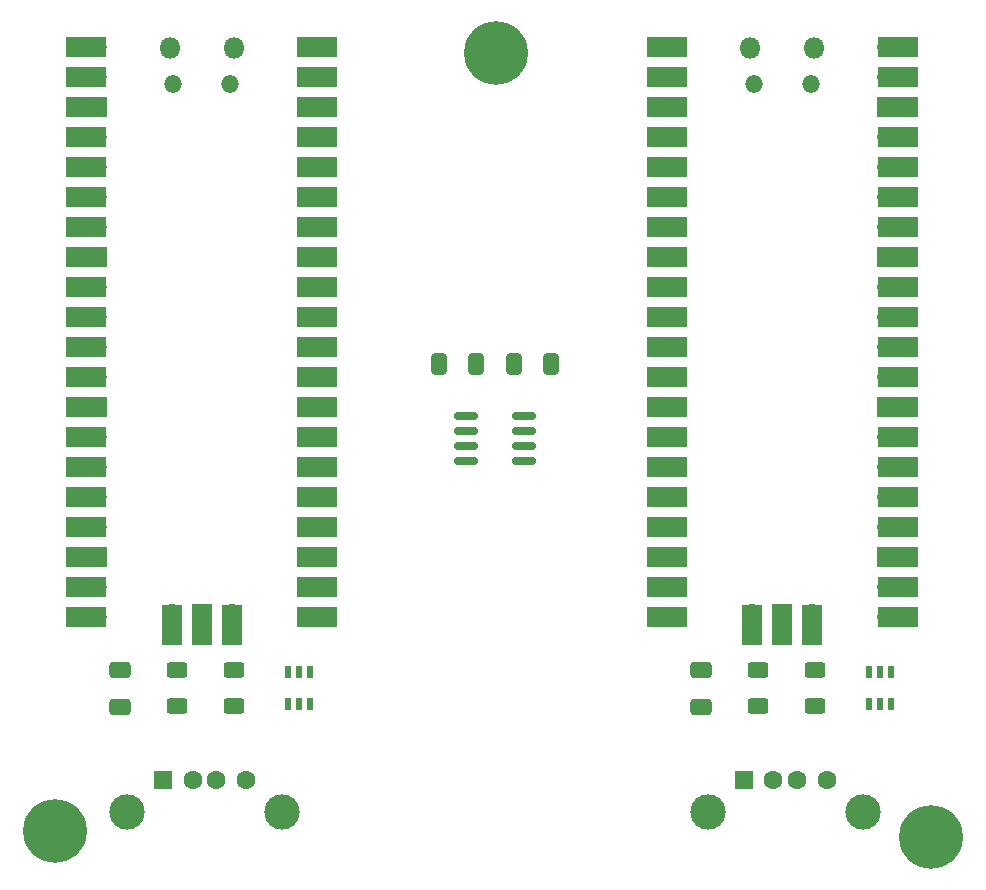
<source format=gts>
%TF.GenerationSoftware,KiCad,Pcbnew,8.0.5*%
%TF.CreationDate,2024-10-19T09:16:07+05:30*%
%TF.ProjectId,DeskHop_Rev1,4465736b-486f-4705-9f52-6576312e6b69,rev?*%
%TF.SameCoordinates,Original*%
%TF.FileFunction,Soldermask,Top*%
%TF.FilePolarity,Negative*%
%FSLAX46Y46*%
G04 Gerber Fmt 4.6, Leading zero omitted, Abs format (unit mm)*
G04 Created by KiCad (PCBNEW 8.0.5) date 2024-10-19 09:16:07*
%MOMM*%
%LPD*%
G01*
G04 APERTURE LIST*
G04 Aperture macros list*
%AMRoundRect*
0 Rectangle with rounded corners*
0 $1 Rounding radius*
0 $2 $3 $4 $5 $6 $7 $8 $9 X,Y pos of 4 corners*
0 Add a 4 corners polygon primitive as box body*
4,1,4,$2,$3,$4,$5,$6,$7,$8,$9,$2,$3,0*
0 Add four circle primitives for the rounded corners*
1,1,$1+$1,$2,$3*
1,1,$1+$1,$4,$5*
1,1,$1+$1,$6,$7*
1,1,$1+$1,$8,$9*
0 Add four rect primitives between the rounded corners*
20,1,$1+$1,$2,$3,$4,$5,0*
20,1,$1+$1,$4,$5,$6,$7,0*
20,1,$1+$1,$6,$7,$8,$9,0*
20,1,$1+$1,$8,$9,$2,$3,0*%
G04 Aperture macros list end*
%ADD10C,3.100000*%
%ADD11C,5.400000*%
%ADD12O,1.800000X1.800000*%
%ADD13O,1.500000X1.500000*%
%ADD14O,1.700000X1.700000*%
%ADD15R,3.500000X1.700000*%
%ADD16R,1.700000X1.700000*%
%ADD17R,1.700000X3.500000*%
%ADD18RoundRect,0.250000X-0.625000X0.400000X-0.625000X-0.400000X0.625000X-0.400000X0.625000X0.400000X0*%
%ADD19R,0.558800X0.977900*%
%ADD20RoundRect,0.250000X-0.650000X0.412500X-0.650000X-0.412500X0.650000X-0.412500X0.650000X0.412500X0*%
%ADD21RoundRect,0.250000X0.412500X0.650000X-0.412500X0.650000X-0.412500X-0.650000X0.412500X-0.650000X0*%
%ADD22RoundRect,0.250000X-0.412500X-0.650000X0.412500X-0.650000X0.412500X0.650000X-0.412500X0.650000X0*%
%ADD23R,1.600000X1.500000*%
%ADD24C,1.600000*%
%ADD25C,3.000000*%
%ADD26RoundRect,0.150000X-0.825000X-0.150000X0.825000X-0.150000X0.825000X0.150000X-0.825000X0.150000X0*%
G04 APERTURE END LIST*
D10*
%TO.C,H3*%
X142015513Y-128382566D03*
D11*
X142015513Y-128382566D03*
%TD*%
D12*
%TO.C,U2*%
X77539260Y-61607566D03*
D13*
X77839260Y-64637566D03*
X82689260Y-64637566D03*
D12*
X82989260Y-61607566D03*
D14*
X71374260Y-61477566D03*
D15*
X70474260Y-61477566D03*
D14*
X71374260Y-64017566D03*
D15*
X70474260Y-64017566D03*
D16*
X71374260Y-66557566D03*
D15*
X70474260Y-66557566D03*
D14*
X71374260Y-69097566D03*
D15*
X70474260Y-69097566D03*
D14*
X71374260Y-71637566D03*
D15*
X70474260Y-71637566D03*
D14*
X71374260Y-74177566D03*
D15*
X70474260Y-74177566D03*
D14*
X71374260Y-76717566D03*
D15*
X70474260Y-76717566D03*
D16*
X71374260Y-79257566D03*
D15*
X70474260Y-79257566D03*
D14*
X71374260Y-81797566D03*
D15*
X70474260Y-81797566D03*
D14*
X71374260Y-84337566D03*
D15*
X70474260Y-84337566D03*
D14*
X71374260Y-86877566D03*
D15*
X70474260Y-86877566D03*
D14*
X71374260Y-89417566D03*
D15*
X70474260Y-89417566D03*
D16*
X71374260Y-91957566D03*
D15*
X70474260Y-91957566D03*
D14*
X71374260Y-94497566D03*
D15*
X70474260Y-94497566D03*
D14*
X71374260Y-97037566D03*
D15*
X70474260Y-97037566D03*
D14*
X71374260Y-99577566D03*
D15*
X70474260Y-99577566D03*
D14*
X71374260Y-102117566D03*
D15*
X70474260Y-102117566D03*
D16*
X71374260Y-104657566D03*
D15*
X70474260Y-104657566D03*
D14*
X71374260Y-107197566D03*
D15*
X70474260Y-107197566D03*
D14*
X71374260Y-109737566D03*
D15*
X70474260Y-109737566D03*
D14*
X89154260Y-109737566D03*
D15*
X90054260Y-109737566D03*
D14*
X89154260Y-107197566D03*
D15*
X90054260Y-107197566D03*
D16*
X89154260Y-104657566D03*
D15*
X90054260Y-104657566D03*
D14*
X89154260Y-102117566D03*
D15*
X90054260Y-102117566D03*
D14*
X89154260Y-99577566D03*
D15*
X90054260Y-99577566D03*
D14*
X89154260Y-97037566D03*
D15*
X90054260Y-97037566D03*
D14*
X89154260Y-94497566D03*
D15*
X90054260Y-94497566D03*
D16*
X89154260Y-91957566D03*
D15*
X90054260Y-91957566D03*
D14*
X89154260Y-89417566D03*
D15*
X90054260Y-89417566D03*
D14*
X89154260Y-86877566D03*
D15*
X90054260Y-86877566D03*
D14*
X89154260Y-84337566D03*
D15*
X90054260Y-84337566D03*
D14*
X89154260Y-81797566D03*
D15*
X90054260Y-81797566D03*
D16*
X89154260Y-79257566D03*
D15*
X90054260Y-79257566D03*
D14*
X89154260Y-76717566D03*
D15*
X90054260Y-76717566D03*
D14*
X89154260Y-74177566D03*
D15*
X90054260Y-74177566D03*
D14*
X89154260Y-71637566D03*
D15*
X90054260Y-71637566D03*
D14*
X89154260Y-69097566D03*
D15*
X90054260Y-69097566D03*
D16*
X89154260Y-66557566D03*
D15*
X90054260Y-66557566D03*
D14*
X89154260Y-64017566D03*
D15*
X90054260Y-64017566D03*
D14*
X89154260Y-61477566D03*
D15*
X90054260Y-61477566D03*
D14*
X77724260Y-109507566D03*
D17*
X77724260Y-110407566D03*
D16*
X80264260Y-109507566D03*
D17*
X80264260Y-110407566D03*
D14*
X82804260Y-109507566D03*
D17*
X82804260Y-110407566D03*
%TD*%
D18*
%TO.C,R3*%
X78192138Y-114238566D03*
X78192138Y-117338566D03*
%TD*%
D19*
%TO.C,U5*%
X87574538Y-117153816D03*
X88524539Y-117153816D03*
X89474540Y-117153816D03*
X89474540Y-114423316D03*
X88524539Y-114423316D03*
X87574538Y-114423316D03*
%TD*%
D20*
%TO.C,C3*%
X73350538Y-114226066D03*
X73350538Y-117351066D03*
%TD*%
D10*
%TO.C,H1*%
X105165513Y-62032566D03*
D11*
X105165513Y-62032566D03*
%TD*%
D18*
%TO.C,R4*%
X83003738Y-114238566D03*
X83003738Y-117338566D03*
%TD*%
D21*
%TO.C,C1*%
X103481500Y-88356566D03*
X100356500Y-88356566D03*
%TD*%
D22*
%TO.C,C2*%
X106706500Y-88356566D03*
X109831500Y-88356566D03*
%TD*%
D23*
%TO.C,J4*%
X77015513Y-123545566D03*
D24*
X79515513Y-123545566D03*
X81515513Y-123545566D03*
X84015513Y-123545566D03*
D25*
X73945513Y-126255566D03*
X87085513Y-126255566D03*
%TD*%
D26*
%TO.C,U4*%
X102619000Y-92721033D03*
X102619000Y-93991033D03*
X102619000Y-95261033D03*
X102619000Y-96531033D03*
X107569000Y-96531033D03*
X107569000Y-95261033D03*
X107569000Y-93991033D03*
X107569000Y-92721033D03*
%TD*%
D10*
%TO.C,H2*%
X67875513Y-127902566D03*
D11*
X67875513Y-127902566D03*
%TD*%
D12*
%TO.C,U6*%
X126696234Y-61607566D03*
D13*
X126996234Y-64637566D03*
X131846234Y-64637566D03*
D12*
X132146234Y-61607566D03*
D14*
X120531234Y-61477566D03*
D15*
X119631234Y-61477566D03*
D14*
X120531234Y-64017566D03*
D15*
X119631234Y-64017566D03*
D16*
X120531234Y-66557566D03*
D15*
X119631234Y-66557566D03*
D14*
X120531234Y-69097566D03*
D15*
X119631234Y-69097566D03*
D14*
X120531234Y-71637566D03*
D15*
X119631234Y-71637566D03*
D14*
X120531234Y-74177566D03*
D15*
X119631234Y-74177566D03*
D14*
X120531234Y-76717566D03*
D15*
X119631234Y-76717566D03*
D16*
X120531234Y-79257566D03*
D15*
X119631234Y-79257566D03*
D14*
X120531234Y-81797566D03*
D15*
X119631234Y-81797566D03*
D14*
X120531234Y-84337566D03*
D15*
X119631234Y-84337566D03*
D14*
X120531234Y-86877566D03*
D15*
X119631234Y-86877566D03*
D14*
X120531234Y-89417566D03*
D15*
X119631234Y-89417566D03*
D16*
X120531234Y-91957566D03*
D15*
X119631234Y-91957566D03*
D14*
X120531234Y-94497566D03*
D15*
X119631234Y-94497566D03*
D14*
X120531234Y-97037566D03*
D15*
X119631234Y-97037566D03*
D14*
X120531234Y-99577566D03*
D15*
X119631234Y-99577566D03*
D14*
X120531234Y-102117566D03*
D15*
X119631234Y-102117566D03*
D16*
X120531234Y-104657566D03*
D15*
X119631234Y-104657566D03*
D14*
X120531234Y-107197566D03*
D15*
X119631234Y-107197566D03*
D14*
X120531234Y-109737566D03*
D15*
X119631234Y-109737566D03*
D14*
X138311234Y-109737566D03*
D15*
X139211234Y-109737566D03*
D14*
X138311234Y-107197566D03*
D15*
X139211234Y-107197566D03*
D16*
X138311234Y-104657566D03*
D15*
X139211234Y-104657566D03*
D14*
X138311234Y-102117566D03*
D15*
X139211234Y-102117566D03*
D14*
X138311234Y-99577566D03*
D15*
X139211234Y-99577566D03*
D14*
X138311234Y-97037566D03*
D15*
X139211234Y-97037566D03*
D14*
X138311234Y-94497566D03*
D15*
X139211234Y-94497566D03*
D16*
X138311234Y-91957566D03*
D15*
X139211234Y-91957566D03*
D14*
X138311234Y-89417566D03*
D15*
X139211234Y-89417566D03*
D14*
X138311234Y-86877566D03*
D15*
X139211234Y-86877566D03*
D14*
X138311234Y-84337566D03*
D15*
X139211234Y-84337566D03*
D14*
X138311234Y-81797566D03*
D15*
X139211234Y-81797566D03*
D16*
X138311234Y-79257566D03*
D15*
X139211234Y-79257566D03*
D14*
X138311234Y-76717566D03*
D15*
X139211234Y-76717566D03*
D14*
X138311234Y-74177566D03*
D15*
X139211234Y-74177566D03*
D14*
X138311234Y-71637566D03*
D15*
X139211234Y-71637566D03*
D14*
X138311234Y-69097566D03*
D15*
X139211234Y-69097566D03*
D16*
X138311234Y-66557566D03*
D15*
X139211234Y-66557566D03*
D14*
X138311234Y-64017566D03*
D15*
X139211234Y-64017566D03*
D14*
X138311234Y-61477566D03*
D15*
X139211234Y-61477566D03*
D14*
X126881234Y-109507566D03*
D17*
X126881234Y-110407566D03*
D16*
X129421234Y-109507566D03*
D17*
X129421234Y-110407566D03*
D14*
X131961234Y-109507566D03*
D17*
X131961234Y-110407566D03*
%TD*%
D18*
%TO.C,R2*%
X132160712Y-114238566D03*
X132160712Y-117338566D03*
%TD*%
D19*
%TO.C,U1*%
X136731512Y-117153816D03*
X137681513Y-117153816D03*
X138631514Y-117153816D03*
X138631514Y-114423316D03*
X137681513Y-114423316D03*
X136731512Y-114423316D03*
%TD*%
D20*
%TO.C,C4*%
X122507512Y-114226066D03*
X122507512Y-117351066D03*
%TD*%
D18*
%TO.C,R1*%
X127349112Y-114238566D03*
X127349112Y-117338566D03*
%TD*%
D23*
%TO.C,J1*%
X126172487Y-123545566D03*
D24*
X128672487Y-123545566D03*
X130672487Y-123545566D03*
X133172487Y-123545566D03*
D25*
X123102487Y-126255566D03*
X136242487Y-126255566D03*
%TD*%
M02*

</source>
